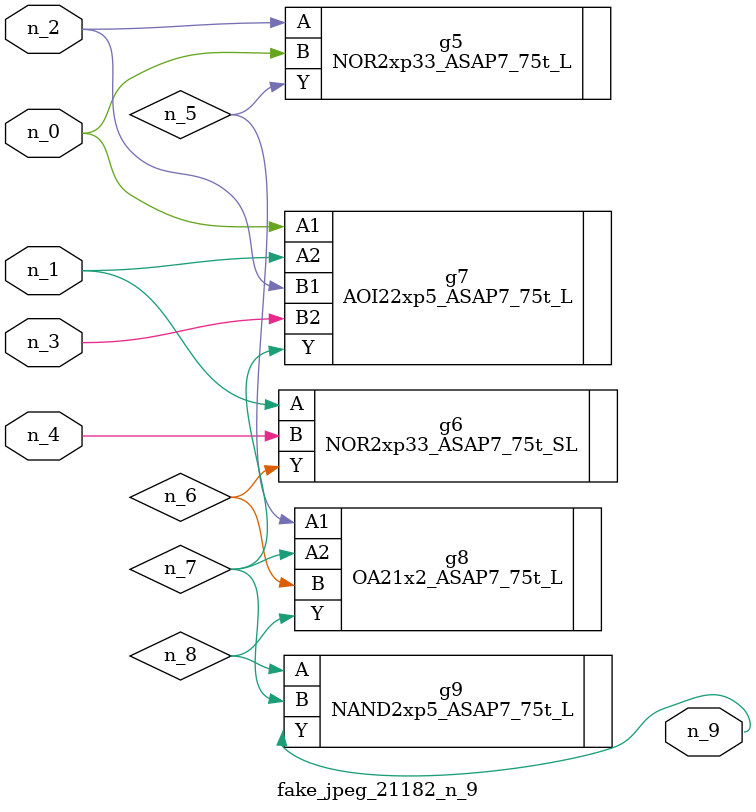
<source format=v>
module fake_jpeg_21182_n_9 (n_3, n_2, n_1, n_0, n_4, n_9);

input n_3;
input n_2;
input n_1;
input n_0;
input n_4;

output n_9;

wire n_8;
wire n_6;
wire n_5;
wire n_7;

NOR2xp33_ASAP7_75t_L g5 ( 
.A(n_2),
.B(n_0),
.Y(n_5)
);

NOR2xp33_ASAP7_75t_SL g6 ( 
.A(n_1),
.B(n_4),
.Y(n_6)
);

AOI22xp5_ASAP7_75t_L g7 ( 
.A1(n_0),
.A2(n_1),
.B1(n_2),
.B2(n_3),
.Y(n_7)
);

OA21x2_ASAP7_75t_L g8 ( 
.A1(n_5),
.A2(n_7),
.B(n_6),
.Y(n_8)
);

NAND2xp5_ASAP7_75t_L g9 ( 
.A(n_8),
.B(n_7),
.Y(n_9)
);


endmodule
</source>
